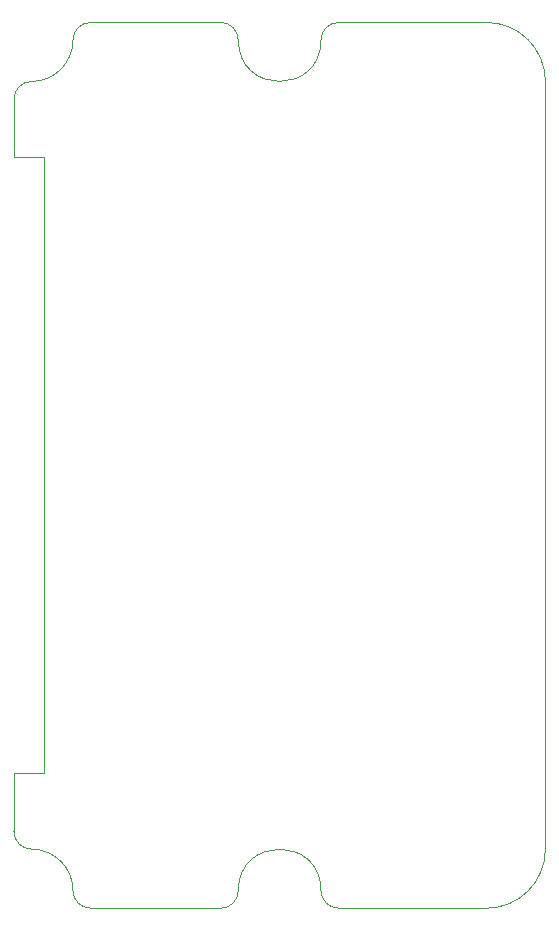
<source format=gbr>
G04 #@! TF.GenerationSoftware,KiCad,Pcbnew,(5.0.0-rc2-dev-107-g49486b83b)*
G04 #@! TF.CreationDate,2018-03-19T01:36:34+08:00*
G04 #@! TF.ProjectId,ebox-gpio-led,65626F782D6770696F2D6C65642E6B69,rev?*
G04 #@! TF.SameCoordinates,Original*
G04 #@! TF.FileFunction,Profile,NP*
%FSLAX46Y46*%
G04 Gerber Fmt 4.6, Leading zero omitted, Abs format (unit mm)*
G04 Created by KiCad (PCBNEW (5.0.0-rc2-dev-107-g49486b83b)) date 03/19/18 01:36:34*
%MOMM*%
%LPD*%
G01*
G04 APERTURE LIST*
%ADD10C,0.100000*%
G04 APERTURE END LIST*
D10*
X6500000Y0D02*
X17500000Y0D01*
X0Y-6500000D02*
G75*
G02X1500000Y-5000000I1500000J0D01*
G01*
X0Y-68500000D02*
X0Y-63570000D01*
X1500000Y-70000000D02*
G75*
G02X0Y-68500000I0J1500000D01*
G01*
X1500000Y-70000000D02*
G75*
G02X5000000Y-73500000I0J-3500000D01*
G01*
X19000000Y-73500000D02*
G75*
G02X26000000Y-73500000I3500000J0D01*
G01*
X6500000Y-75000000D02*
G75*
G02X5000000Y-73500000I0J1500000D01*
G01*
X17500000Y-75000000D02*
X6500000Y-75000000D01*
X19000000Y-73500000D02*
G75*
G02X17500000Y-75000000I-1500000J0D01*
G01*
X27500000Y-75000000D02*
G75*
G02X26000000Y-73500000I0J1500000D01*
G01*
X40000000Y-75000000D02*
X27500000Y-75000000D01*
X45000000Y-70000000D02*
G75*
G02X40000000Y-75000000I-5000000J0D01*
G01*
X45000000Y-5000000D02*
X45000000Y-70000000D01*
X27500000Y0D02*
X40000000Y0D01*
X5000000Y-1500000D02*
G75*
G02X6500000Y0I1500000J0D01*
G01*
X40000000Y0D02*
G75*
G02X45000000Y-5000000I0J-5000000D01*
G01*
X26000000Y-1500000D02*
G75*
G02X27500000Y0I1500000J0D01*
G01*
X26000000Y-1500000D02*
G75*
G02X19000000Y-1500000I-3500000J0D01*
G01*
X17500000Y0D02*
G75*
G02X19000000Y-1500000I0J-1500000D01*
G01*
X5000000Y-1500000D02*
G75*
G02X1500000Y-5000000I-3500000J0D01*
G01*
X2540000Y-11430000D02*
X0Y-11430000D01*
X2540000Y-63570000D02*
X2540000Y-11430000D01*
X0Y-11430000D02*
X0Y-6500000D01*
X0Y-63570000D02*
X2540000Y-63570000D01*
M02*

</source>
